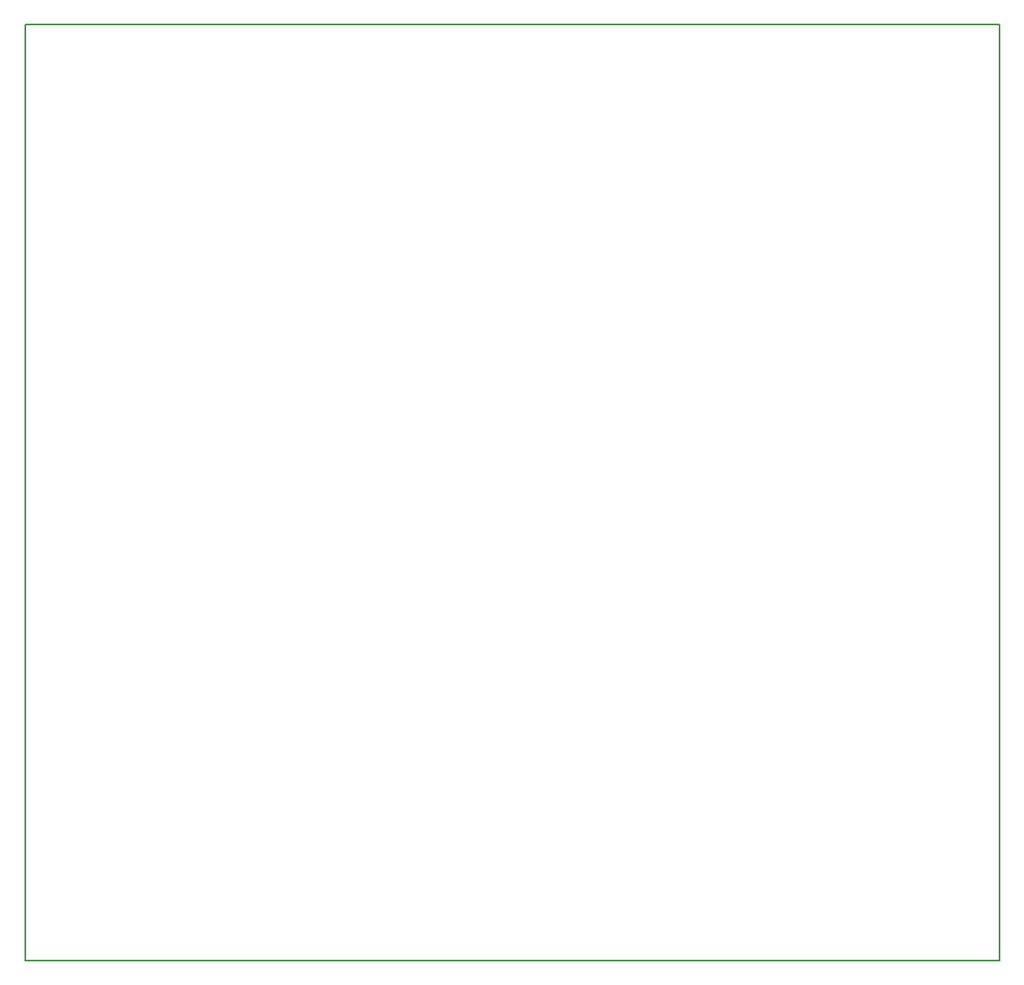
<source format=gbr>
G04 DipTrace 2.3.1.0*
%INBoardOutline.gbr*%
%MOMM*%
%ADD11C,0.152*%
%FSLAX53Y53*%
G04*
G71*
G90*
G75*
G01*
%LNBoardOutline*%
%LPD*%
X10000Y104020D2*
D11*
X107788Y103980D1*
Y10000D1*
X10000Y10040D1*
Y104020D1*
M02*

</source>
